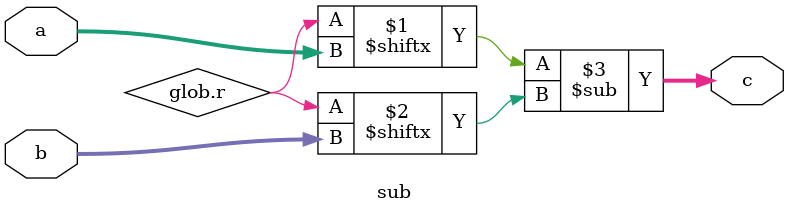
<source format=v>
module sub(
	input [4:0] a, b,
	output [31:0] c
);
assign c = glob.r[a] - glob.r[b];
endmodule
</source>
